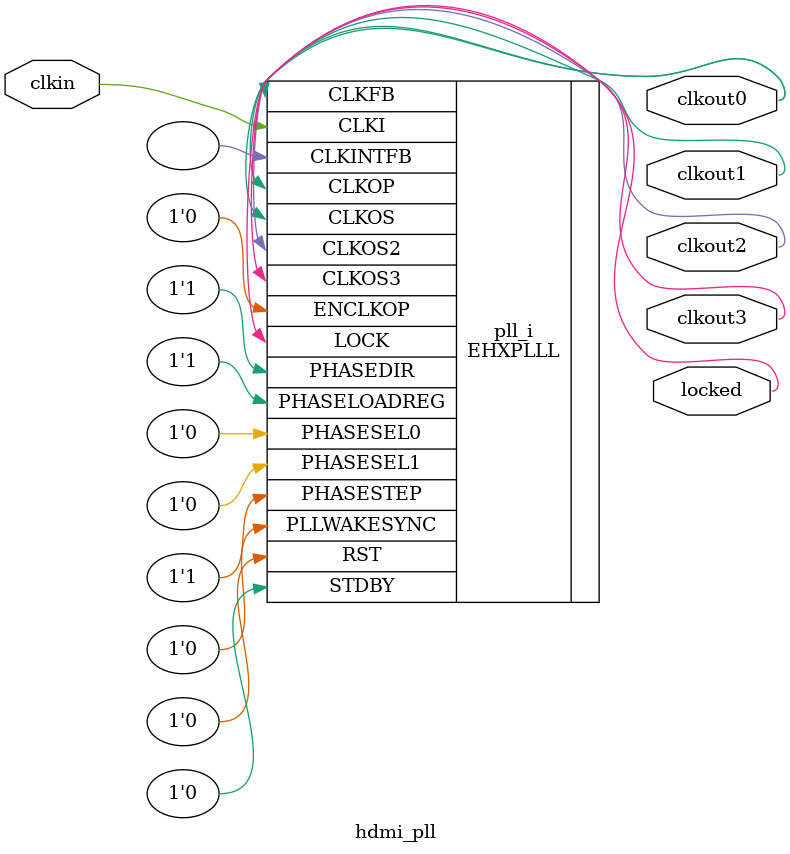
<source format=v>
module hdmi_pll
(
    input clkin, // 25 MHz, 0 deg
    output clkout0, // 125 MHz, 0 deg
    output clkout1, // 104.167 MHz, 270 deg
    output clkout2, // 48.0769 MHz, 0 deg
    output clkout3, // 25 MHz, 0 deg
    output locked
);
(* FREQUENCY_PIN_CLKI="25" *)
(* FREQUENCY_PIN_CLKOP="125" *)
(* FREQUENCY_PIN_CLKOS="104.167" *)
(* FREQUENCY_PIN_CLKOS2="48.0769" *)
(* FREQUENCY_PIN_CLKOS3="25" *)
(* ICP_CURRENT="12" *) (* LPF_RESISTOR="8" *) (* MFG_ENABLE_FILTEROPAMP="1" *) (* MFG_GMCREF_SEL="2" *)
EHXPLLL #(
        .PLLRST_ENA("DISABLED"),
        .INTFB_WAKE("DISABLED"),
        .STDBY_ENABLE("DISABLED"),
        .DPHASE_SOURCE("DISABLED"),
        .OUTDIVIDER_MUXA("DIVA"),
        .OUTDIVIDER_MUXB("DIVB"),
        .OUTDIVIDER_MUXC("DIVC"),
        .OUTDIVIDER_MUXD("DIVD"),
        .CLKI_DIV(1),
        .CLKOP_ENABLE("ENABLED"),
        .CLKOP_DIV(5),
        .CLKOP_CPHASE(2),
        .CLKOP_FPHASE(0),
        .CLKOS_ENABLE("ENABLED"),
        .CLKOS_DIV(6),
        .CLKOS_CPHASE(6),
        .CLKOS_FPHASE(4),
        .CLKOS2_ENABLE("ENABLED"),
        .CLKOS2_DIV(13),
        .CLKOS2_CPHASE(2),
        .CLKOS2_FPHASE(0),
        .CLKOS3_ENABLE("ENABLED"),
        .CLKOS3_DIV(25),
        .CLKOS3_CPHASE(2),
        .CLKOS3_FPHASE(0),
        .FEEDBK_PATH("CLKOP"),
        .CLKFB_DIV(5)
    ) pll_i (
        .RST(1'b0),
        .STDBY(1'b0),
        .CLKI(clkin),
        .CLKOP(clkout0),
        .CLKOS(clkout1),
        .CLKOS2(clkout2),
        .CLKOS3(clkout3),
        .CLKFB(clkout0),
        .CLKINTFB(),
        .PHASESEL0(1'b0),
        .PHASESEL1(1'b0),
        .PHASEDIR(1'b1),
        .PHASESTEP(1'b1),
        .PHASELOADREG(1'b1),
        .PLLWAKESYNC(1'b0),
        .ENCLKOP(1'b0),
        .LOCK(locked)
	);
endmodule

</source>
